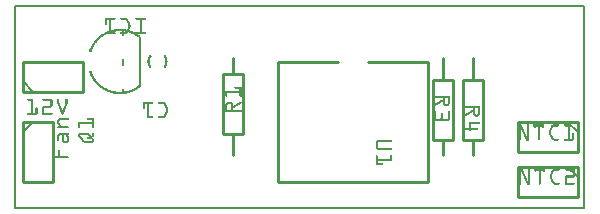
<source format=gto>
G04 MADE WITH FRITZING*
G04 WWW.FRITZING.ORG*
G04 SINGLE SIDED*
G04 HOLES NOT PLATED*
G04 CONTOUR ON CENTER OF CONTOUR VECTOR*
%ASAXBY*%
%FSLAX23Y23*%
%MOIN*%
%OFA0B0*%
%SFA1.0B1.0*%
%ADD10R,1.904000X0.680681X1.888000X0.664681*%
%ADD11C,0.008000*%
%ADD12C,0.010000*%
%ADD13C,0.005000*%
%ADD14R,0.001000X0.001000*%
%LNSILK1*%
G90*
G70*
G54D11*
X4Y677D02*
X1900Y677D01*
X1900Y4D01*
X4Y4D01*
X4Y677D01*
D02*
G54D12*
X1428Y503D02*
X1428Y431D01*
D02*
X1428Y231D02*
X1428Y178D01*
D02*
X1461Y431D02*
X1461Y231D01*
D02*
X1461Y231D02*
X1395Y231D01*
D02*
X1395Y231D02*
X1395Y431D01*
D02*
X1395Y431D02*
X1461Y431D01*
D02*
X728Y178D02*
X728Y250D01*
D02*
X728Y450D02*
X728Y503D01*
D02*
X695Y250D02*
X695Y450D01*
D02*
X695Y450D02*
X761Y450D01*
D02*
X761Y450D02*
X761Y250D01*
D02*
X761Y250D02*
X695Y250D01*
D02*
X28Y290D02*
X28Y90D01*
D02*
X28Y90D02*
X128Y90D01*
D02*
X128Y90D02*
X128Y290D01*
D02*
X128Y290D02*
X28Y290D01*
G54D13*
D02*
X28Y255D02*
X63Y290D01*
G54D11*
D02*
X418Y408D02*
X418Y573D01*
D02*
X363Y386D02*
X363Y401D01*
D02*
X363Y479D02*
X363Y501D01*
D02*
X363Y579D02*
X363Y595D01*
G54D12*
D02*
X1878Y140D02*
X1678Y140D01*
D02*
X1678Y140D02*
X1678Y40D01*
D02*
X1678Y40D02*
X1878Y40D01*
D02*
X1878Y40D02*
X1878Y140D01*
G54D13*
D02*
X1843Y140D02*
X1878Y105D01*
G54D12*
D02*
X1878Y290D02*
X1678Y290D01*
D02*
X1678Y290D02*
X1678Y190D01*
D02*
X1678Y190D02*
X1878Y190D01*
D02*
X1878Y190D02*
X1878Y290D01*
G54D13*
D02*
X1843Y290D02*
X1878Y255D01*
G54D12*
D02*
X1528Y503D02*
X1528Y431D01*
D02*
X1528Y231D02*
X1528Y178D01*
D02*
X1561Y431D02*
X1561Y231D01*
D02*
X1561Y231D02*
X1495Y231D01*
D02*
X1495Y231D02*
X1495Y431D01*
D02*
X1495Y431D02*
X1561Y431D01*
D02*
X28Y390D02*
X228Y390D01*
D02*
X228Y390D02*
X228Y490D01*
D02*
X228Y490D02*
X28Y490D01*
D02*
X28Y490D02*
X28Y390D01*
G54D13*
D02*
X63Y390D02*
X28Y425D01*
G54D12*
D02*
X878Y490D02*
X878Y90D01*
D02*
X878Y90D02*
X1378Y90D01*
D02*
X1378Y90D02*
X1378Y490D01*
D02*
X878Y490D02*
X1078Y490D01*
D02*
X1178Y490D02*
X1378Y490D01*
G54D14*
X305Y636D02*
X336Y636D01*
X355Y636D02*
X373Y636D01*
X405Y636D02*
X436Y636D01*
X304Y635D02*
X337Y635D01*
X354Y635D02*
X375Y635D01*
X404Y635D02*
X437Y635D01*
X304Y634D02*
X337Y634D01*
X354Y634D02*
X376Y634D01*
X404Y634D02*
X437Y634D01*
X303Y633D02*
X337Y633D01*
X354Y633D02*
X377Y633D01*
X404Y633D02*
X437Y633D01*
X303Y632D02*
X337Y632D01*
X354Y632D02*
X378Y632D01*
X404Y632D02*
X437Y632D01*
X303Y631D02*
X336Y631D01*
X355Y631D02*
X378Y631D01*
X405Y631D02*
X437Y631D01*
X303Y630D02*
X335Y630D01*
X356Y630D02*
X379Y630D01*
X406Y630D02*
X435Y630D01*
X303Y629D02*
X309Y629D01*
X317Y629D02*
X323Y629D01*
X372Y629D02*
X379Y629D01*
X418Y629D02*
X424Y629D01*
X303Y628D02*
X309Y628D01*
X317Y628D02*
X323Y628D01*
X373Y628D02*
X380Y628D01*
X418Y628D02*
X424Y628D01*
X303Y627D02*
X309Y627D01*
X317Y627D02*
X323Y627D01*
X374Y627D02*
X381Y627D01*
X418Y627D02*
X424Y627D01*
X303Y626D02*
X309Y626D01*
X317Y626D02*
X323Y626D01*
X374Y626D02*
X381Y626D01*
X418Y626D02*
X424Y626D01*
X303Y625D02*
X309Y625D01*
X317Y625D02*
X323Y625D01*
X375Y625D02*
X382Y625D01*
X418Y625D02*
X424Y625D01*
X303Y624D02*
X309Y624D01*
X317Y624D02*
X323Y624D01*
X375Y624D02*
X382Y624D01*
X418Y624D02*
X424Y624D01*
X303Y623D02*
X309Y623D01*
X317Y623D02*
X323Y623D01*
X376Y623D02*
X383Y623D01*
X418Y623D02*
X424Y623D01*
X303Y622D02*
X309Y622D01*
X317Y622D02*
X323Y622D01*
X376Y622D02*
X383Y622D01*
X418Y622D02*
X424Y622D01*
X303Y621D02*
X309Y621D01*
X317Y621D02*
X323Y621D01*
X377Y621D02*
X384Y621D01*
X418Y621D02*
X424Y621D01*
X303Y620D02*
X309Y620D01*
X317Y620D02*
X323Y620D01*
X377Y620D02*
X384Y620D01*
X418Y620D02*
X424Y620D01*
X303Y619D02*
X309Y619D01*
X317Y619D02*
X323Y619D01*
X378Y619D02*
X385Y619D01*
X418Y619D02*
X424Y619D01*
X303Y618D02*
X309Y618D01*
X317Y618D02*
X323Y618D01*
X378Y618D02*
X385Y618D01*
X418Y618D02*
X424Y618D01*
X303Y617D02*
X309Y617D01*
X317Y617D02*
X323Y617D01*
X379Y617D02*
X386Y617D01*
X418Y617D02*
X424Y617D01*
X303Y616D02*
X309Y616D01*
X317Y616D02*
X323Y616D01*
X379Y616D02*
X386Y616D01*
X418Y616D02*
X424Y616D01*
X304Y615D02*
X309Y615D01*
X317Y615D02*
X323Y615D01*
X380Y615D02*
X386Y615D01*
X418Y615D02*
X424Y615D01*
X304Y614D02*
X309Y614D01*
X317Y614D02*
X323Y614D01*
X380Y614D02*
X387Y614D01*
X418Y614D02*
X424Y614D01*
X305Y613D02*
X308Y613D01*
X317Y613D02*
X323Y613D01*
X381Y613D02*
X387Y613D01*
X418Y613D02*
X424Y613D01*
X317Y612D02*
X323Y612D01*
X381Y612D02*
X387Y612D01*
X418Y612D02*
X424Y612D01*
X317Y611D02*
X323Y611D01*
X381Y611D02*
X387Y611D01*
X418Y611D02*
X424Y611D01*
X317Y610D02*
X323Y610D01*
X381Y610D02*
X387Y610D01*
X418Y610D02*
X424Y610D01*
X317Y609D02*
X323Y609D01*
X381Y609D02*
X387Y609D01*
X418Y609D02*
X424Y609D01*
X317Y608D02*
X323Y608D01*
X381Y608D02*
X387Y608D01*
X418Y608D02*
X424Y608D01*
X317Y607D02*
X323Y607D01*
X381Y607D02*
X387Y607D01*
X418Y607D02*
X424Y607D01*
X317Y606D02*
X323Y606D01*
X380Y606D02*
X387Y606D01*
X418Y606D02*
X424Y606D01*
X317Y605D02*
X323Y605D01*
X380Y605D02*
X386Y605D01*
X418Y605D02*
X424Y605D01*
X317Y604D02*
X323Y604D01*
X379Y604D02*
X386Y604D01*
X418Y604D02*
X424Y604D01*
X317Y603D02*
X323Y603D01*
X379Y603D02*
X386Y603D01*
X418Y603D02*
X424Y603D01*
X317Y602D02*
X323Y602D01*
X378Y602D02*
X385Y602D01*
X418Y602D02*
X424Y602D01*
X317Y601D02*
X323Y601D01*
X378Y601D02*
X385Y601D01*
X418Y601D02*
X424Y601D01*
X317Y600D02*
X323Y600D01*
X377Y600D02*
X384Y600D01*
X418Y600D02*
X424Y600D01*
X317Y599D02*
X323Y599D01*
X338Y599D02*
X366Y599D01*
X377Y599D02*
X384Y599D01*
X418Y599D02*
X424Y599D01*
X317Y598D02*
X323Y598D01*
X332Y598D02*
X372Y598D01*
X376Y598D02*
X383Y598D01*
X418Y598D02*
X424Y598D01*
X317Y597D02*
X323Y597D01*
X327Y597D02*
X383Y597D01*
X418Y597D02*
X424Y597D01*
X317Y596D02*
X382Y596D01*
X418Y596D02*
X424Y596D01*
X317Y595D02*
X384Y595D01*
X418Y595D02*
X424Y595D01*
X317Y594D02*
X387Y594D01*
X418Y594D02*
X424Y594D01*
X314Y593D02*
X390Y593D01*
X418Y593D02*
X424Y593D01*
X312Y592D02*
X346Y592D01*
X359Y592D02*
X393Y592D01*
X418Y592D02*
X424Y592D01*
X309Y591D02*
X337Y591D01*
X368Y591D02*
X395Y591D01*
X418Y591D02*
X424Y591D01*
X307Y590D02*
X332Y590D01*
X372Y590D02*
X397Y590D01*
X418Y590D02*
X424Y590D01*
X305Y589D02*
X336Y589D01*
X355Y589D02*
X400Y589D01*
X405Y589D02*
X436Y589D01*
X303Y588D02*
X336Y588D01*
X354Y588D02*
X378Y588D01*
X382Y588D02*
X402Y588D01*
X404Y588D02*
X437Y588D01*
X301Y587D02*
X337Y587D01*
X354Y587D02*
X378Y587D01*
X385Y587D02*
X437Y587D01*
X299Y586D02*
X337Y586D01*
X354Y586D02*
X377Y586D01*
X388Y586D02*
X437Y586D01*
X298Y585D02*
X315Y585D01*
X317Y585D02*
X337Y585D01*
X354Y585D02*
X376Y585D01*
X390Y585D02*
X437Y585D01*
X296Y584D02*
X312Y584D01*
X317Y584D02*
X336Y584D01*
X355Y584D02*
X374Y584D01*
X393Y584D02*
X437Y584D01*
X294Y583D02*
X310Y583D01*
X317Y583D02*
X335Y583D01*
X356Y583D02*
X371Y583D01*
X395Y583D02*
X435Y583D01*
X293Y582D02*
X308Y582D01*
X397Y582D02*
X412Y582D01*
X291Y581D02*
X306Y581D01*
X399Y581D02*
X413Y581D01*
X290Y580D02*
X304Y580D01*
X401Y580D02*
X415Y580D01*
X289Y579D02*
X302Y579D01*
X403Y579D02*
X416Y579D01*
X287Y578D02*
X300Y578D01*
X404Y578D02*
X418Y578D01*
X286Y577D02*
X299Y577D01*
X406Y577D02*
X419Y577D01*
X285Y576D02*
X297Y576D01*
X407Y576D02*
X419Y576D01*
X283Y575D02*
X296Y575D01*
X409Y575D02*
X418Y575D01*
X282Y574D02*
X294Y574D01*
X411Y574D02*
X417Y574D01*
X281Y573D02*
X293Y573D01*
X412Y573D02*
X416Y573D01*
X280Y572D02*
X291Y572D01*
X413Y572D02*
X416Y572D01*
X279Y571D02*
X290Y571D01*
X415Y571D02*
X415Y571D01*
X278Y570D02*
X289Y570D01*
X277Y569D02*
X287Y569D01*
X276Y568D02*
X286Y568D01*
X275Y567D02*
X285Y567D01*
X274Y566D02*
X284Y566D01*
X273Y565D02*
X283Y565D01*
X272Y564D02*
X282Y564D01*
X271Y563D02*
X281Y563D01*
X270Y562D02*
X280Y562D01*
X269Y561D02*
X279Y561D01*
X269Y560D02*
X278Y560D01*
X268Y559D02*
X277Y559D01*
X267Y558D02*
X276Y558D01*
X266Y557D02*
X275Y557D01*
X265Y556D02*
X274Y556D01*
X265Y555D02*
X274Y555D01*
X264Y554D02*
X273Y554D01*
X263Y553D02*
X272Y553D01*
X263Y552D02*
X271Y552D01*
X262Y551D02*
X270Y551D01*
X261Y550D02*
X270Y550D01*
X261Y549D02*
X269Y549D01*
X260Y548D02*
X268Y548D01*
X259Y547D02*
X268Y547D01*
X259Y546D02*
X267Y546D01*
X258Y545D02*
X266Y545D01*
X258Y544D02*
X266Y544D01*
X257Y543D02*
X265Y543D01*
X256Y542D02*
X265Y542D01*
X256Y541D02*
X264Y541D01*
X255Y540D02*
X263Y540D01*
X255Y539D02*
X263Y539D01*
X255Y538D02*
X262Y538D01*
X254Y537D02*
X262Y537D01*
X254Y536D02*
X261Y536D01*
X253Y535D02*
X261Y535D01*
X253Y534D02*
X260Y534D01*
X252Y533D02*
X260Y533D01*
X252Y532D02*
X259Y532D01*
X251Y531D02*
X259Y531D01*
X251Y530D02*
X259Y530D01*
X251Y529D02*
X258Y529D01*
X250Y528D02*
X258Y528D01*
X250Y527D02*
X257Y527D01*
X250Y526D02*
X257Y526D01*
X249Y525D02*
X257Y525D01*
X249Y524D02*
X256Y524D01*
X250Y523D02*
X256Y523D01*
X253Y522D02*
X256Y522D01*
X451Y512D02*
X455Y512D01*
X500Y512D02*
X503Y512D01*
X450Y511D02*
X456Y511D01*
X499Y511D02*
X504Y511D01*
X450Y510D02*
X456Y510D01*
X498Y510D02*
X505Y510D01*
X449Y509D02*
X457Y509D01*
X498Y509D02*
X506Y509D01*
X448Y508D02*
X457Y508D01*
X498Y508D02*
X506Y508D01*
X448Y507D02*
X456Y507D01*
X499Y507D02*
X507Y507D01*
X447Y506D02*
X456Y506D01*
X499Y506D02*
X507Y506D01*
X447Y505D02*
X455Y505D01*
X500Y505D02*
X508Y505D01*
X447Y504D02*
X454Y504D01*
X500Y504D02*
X508Y504D01*
X446Y503D02*
X454Y503D01*
X501Y503D02*
X509Y503D01*
X446Y502D02*
X453Y502D01*
X502Y502D02*
X509Y502D01*
X445Y501D02*
X453Y501D01*
X502Y501D02*
X509Y501D01*
X445Y500D02*
X452Y500D01*
X502Y500D02*
X509Y500D01*
X445Y499D02*
X452Y499D01*
X503Y499D02*
X510Y499D01*
X445Y498D02*
X452Y498D01*
X503Y498D02*
X510Y498D01*
X445Y497D02*
X451Y497D01*
X503Y497D02*
X510Y497D01*
X444Y496D02*
X451Y496D01*
X504Y496D02*
X510Y496D01*
X444Y495D02*
X451Y495D01*
X504Y495D02*
X510Y495D01*
X444Y494D02*
X451Y494D01*
X504Y494D02*
X511Y494D01*
X444Y493D02*
X451Y493D01*
X504Y493D02*
X511Y493D01*
X444Y492D02*
X451Y492D01*
X504Y492D02*
X511Y492D01*
X444Y491D02*
X451Y491D01*
X504Y491D02*
X511Y491D01*
X444Y490D02*
X451Y490D01*
X504Y490D02*
X511Y490D01*
X444Y489D02*
X451Y489D01*
X504Y489D02*
X511Y489D01*
X444Y488D02*
X451Y488D01*
X504Y488D02*
X510Y488D01*
X444Y487D02*
X451Y487D01*
X504Y487D02*
X510Y487D01*
X444Y486D02*
X451Y486D01*
X503Y486D02*
X510Y486D01*
X445Y485D02*
X452Y485D01*
X503Y485D02*
X510Y485D01*
X445Y484D02*
X452Y484D01*
X503Y484D02*
X510Y484D01*
X445Y483D02*
X452Y483D01*
X503Y483D02*
X510Y483D01*
X445Y482D02*
X453Y482D01*
X502Y482D02*
X509Y482D01*
X446Y481D02*
X453Y481D01*
X502Y481D02*
X509Y481D01*
X446Y480D02*
X454Y480D01*
X501Y480D02*
X509Y480D01*
X446Y479D02*
X454Y479D01*
X501Y479D02*
X508Y479D01*
X447Y478D02*
X455Y478D01*
X500Y478D02*
X508Y478D01*
X447Y477D02*
X455Y477D01*
X499Y477D02*
X507Y477D01*
X448Y476D02*
X456Y476D01*
X499Y476D02*
X507Y476D01*
X448Y475D02*
X456Y475D01*
X498Y475D02*
X506Y475D01*
X449Y474D02*
X457Y474D01*
X498Y474D02*
X506Y474D01*
X450Y473D02*
X457Y473D01*
X498Y473D02*
X505Y473D01*
X450Y472D02*
X456Y472D01*
X499Y472D02*
X504Y472D01*
X451Y471D02*
X455Y471D01*
X499Y471D02*
X504Y471D01*
X255Y461D02*
X255Y461D01*
X252Y460D02*
X256Y460D01*
X249Y459D02*
X256Y459D01*
X249Y458D02*
X257Y458D01*
X249Y457D02*
X257Y457D01*
X250Y456D02*
X257Y456D01*
X250Y455D02*
X258Y455D01*
X250Y454D02*
X258Y454D01*
X251Y453D02*
X258Y453D01*
X251Y452D02*
X259Y452D01*
X252Y451D02*
X259Y451D01*
X252Y450D02*
X260Y450D01*
X252Y449D02*
X260Y449D01*
X253Y448D02*
X261Y448D01*
X253Y447D02*
X261Y447D01*
X254Y446D02*
X262Y446D01*
X254Y445D02*
X262Y445D01*
X255Y444D02*
X263Y444D01*
X255Y443D02*
X263Y443D01*
X256Y442D02*
X264Y442D01*
X256Y441D02*
X264Y441D01*
X257Y440D02*
X265Y440D01*
X257Y439D02*
X265Y439D01*
X258Y438D02*
X266Y438D01*
X258Y437D02*
X267Y437D01*
X259Y436D02*
X267Y436D01*
X260Y435D02*
X268Y435D01*
X260Y434D02*
X269Y434D01*
X261Y433D02*
X269Y433D01*
X261Y432D02*
X270Y432D01*
X262Y431D02*
X271Y431D01*
X263Y430D02*
X271Y430D01*
X263Y429D02*
X272Y429D01*
X264Y428D02*
X273Y428D01*
X265Y427D02*
X274Y427D01*
X266Y426D02*
X275Y426D01*
X266Y425D02*
X276Y425D01*
X267Y424D02*
X276Y424D01*
X268Y423D02*
X277Y423D01*
X269Y422D02*
X278Y422D01*
X270Y421D02*
X279Y421D01*
X271Y420D02*
X280Y420D01*
X271Y419D02*
X281Y419D01*
X272Y418D02*
X282Y418D01*
X273Y417D02*
X283Y417D01*
X274Y416D02*
X284Y416D01*
X275Y415D02*
X286Y415D01*
X276Y414D02*
X287Y414D01*
X277Y413D02*
X288Y413D01*
X278Y412D02*
X289Y412D01*
X279Y411D02*
X290Y411D01*
X414Y411D02*
X415Y411D01*
X280Y410D02*
X292Y410D01*
X413Y410D02*
X416Y410D01*
X282Y409D02*
X293Y409D01*
X411Y409D02*
X417Y409D01*
X283Y408D02*
X295Y408D01*
X410Y408D02*
X417Y408D01*
X284Y407D02*
X296Y407D01*
X408Y407D02*
X418Y407D01*
X736Y407D02*
X756Y407D01*
X285Y406D02*
X298Y406D01*
X407Y406D02*
X419Y406D01*
X734Y406D02*
X757Y406D01*
X286Y405D02*
X299Y405D01*
X405Y405D02*
X418Y405D01*
X734Y405D02*
X757Y405D01*
X288Y404D02*
X301Y404D01*
X404Y404D02*
X417Y404D01*
X734Y404D02*
X757Y404D01*
X289Y403D02*
X303Y403D01*
X402Y403D02*
X416Y403D01*
X734Y403D02*
X757Y403D01*
X290Y402D02*
X305Y402D01*
X400Y402D02*
X414Y402D01*
X734Y402D02*
X757Y402D01*
X292Y401D02*
X307Y401D01*
X398Y401D02*
X413Y401D01*
X736Y401D02*
X757Y401D01*
X293Y400D02*
X309Y400D01*
X396Y400D02*
X411Y400D01*
X751Y400D02*
X757Y400D01*
X295Y399D02*
X311Y399D01*
X394Y399D02*
X410Y399D01*
X751Y399D02*
X757Y399D01*
X297Y398D02*
X313Y398D01*
X392Y398D02*
X408Y398D01*
X751Y398D02*
X757Y398D01*
X298Y397D02*
X316Y397D01*
X389Y397D02*
X406Y397D01*
X751Y397D02*
X757Y397D01*
X300Y396D02*
X319Y396D01*
X386Y396D02*
X405Y396D01*
X751Y396D02*
X757Y396D01*
X302Y395D02*
X321Y395D01*
X384Y395D02*
X403Y395D01*
X751Y395D02*
X757Y395D01*
X304Y394D02*
X325Y394D01*
X380Y394D02*
X401Y394D01*
X751Y394D02*
X757Y394D01*
X306Y393D02*
X329Y393D01*
X376Y393D02*
X399Y393D01*
X704Y393D02*
X757Y393D01*
X308Y392D02*
X333Y392D01*
X372Y392D02*
X397Y392D01*
X704Y392D02*
X757Y392D01*
X310Y391D02*
X340Y391D01*
X366Y391D02*
X394Y391D01*
X704Y391D02*
X757Y391D01*
X313Y390D02*
X392Y390D01*
X704Y390D02*
X757Y390D01*
X315Y389D02*
X389Y389D01*
X704Y389D02*
X757Y389D01*
X318Y388D02*
X386Y388D01*
X704Y388D02*
X757Y388D01*
X321Y387D02*
X383Y387D01*
X704Y387D02*
X757Y387D01*
X325Y386D02*
X379Y386D01*
X704Y386D02*
X710Y386D01*
X751Y386D02*
X757Y386D01*
X329Y385D02*
X375Y385D01*
X704Y385D02*
X710Y385D01*
X751Y385D02*
X757Y385D01*
X334Y384D02*
X370Y384D01*
X704Y384D02*
X710Y384D01*
X751Y384D02*
X757Y384D01*
X341Y383D02*
X363Y383D01*
X704Y383D02*
X710Y383D01*
X751Y383D02*
X757Y383D01*
X704Y382D02*
X710Y382D01*
X751Y382D02*
X757Y382D01*
X704Y381D02*
X710Y381D01*
X751Y381D02*
X757Y381D01*
X704Y380D02*
X710Y380D01*
X751Y380D02*
X757Y380D01*
X704Y379D02*
X710Y379D01*
X751Y379D02*
X757Y379D01*
X704Y378D02*
X710Y378D01*
X751Y378D02*
X757Y378D01*
X704Y377D02*
X710Y377D01*
X751Y377D02*
X757Y377D01*
X1402Y377D02*
X1451Y377D01*
X704Y376D02*
X710Y376D01*
X752Y376D02*
X757Y376D01*
X1400Y376D02*
X1452Y376D01*
X705Y375D02*
X710Y375D01*
X752Y375D02*
X757Y375D01*
X1399Y375D02*
X1452Y375D01*
X705Y374D02*
X709Y374D01*
X753Y374D02*
X756Y374D01*
X1399Y374D02*
X1452Y374D01*
X707Y373D02*
X707Y373D01*
X1399Y373D02*
X1452Y373D01*
X1399Y372D02*
X1452Y372D01*
X1400Y371D02*
X1452Y371D01*
X1402Y370D02*
X1452Y370D01*
X1428Y369D02*
X1434Y369D01*
X1446Y369D02*
X1452Y369D01*
X1428Y368D02*
X1434Y368D01*
X1446Y368D02*
X1452Y368D01*
X45Y367D02*
X63Y367D01*
X95Y367D02*
X123Y367D01*
X145Y367D02*
X149Y367D01*
X173Y367D02*
X176Y367D01*
X1428Y367D02*
X1434Y367D01*
X1446Y367D02*
X1452Y367D01*
X44Y366D02*
X63Y366D01*
X94Y366D02*
X125Y366D01*
X144Y366D02*
X149Y366D01*
X172Y366D02*
X177Y366D01*
X1428Y366D02*
X1434Y366D01*
X1446Y366D02*
X1452Y366D01*
X43Y365D02*
X63Y365D01*
X94Y365D02*
X126Y365D01*
X144Y365D02*
X150Y365D01*
X171Y365D02*
X177Y365D01*
X1428Y365D02*
X1434Y365D01*
X1446Y365D02*
X1452Y365D01*
X43Y364D02*
X63Y364D01*
X94Y364D02*
X126Y364D01*
X144Y364D02*
X150Y364D01*
X171Y364D02*
X177Y364D01*
X1426Y364D02*
X1434Y364D01*
X1446Y364D02*
X1452Y364D01*
X44Y363D02*
X63Y363D01*
X94Y363D02*
X127Y363D01*
X144Y363D02*
X150Y363D01*
X171Y363D02*
X177Y363D01*
X1424Y363D02*
X1434Y363D01*
X1446Y363D02*
X1452Y363D01*
X44Y362D02*
X63Y362D01*
X95Y362D02*
X127Y362D01*
X144Y362D02*
X150Y362D01*
X171Y362D02*
X177Y362D01*
X1422Y362D02*
X1434Y362D01*
X1446Y362D02*
X1452Y362D01*
X46Y361D02*
X63Y361D01*
X97Y361D02*
X127Y361D01*
X144Y361D02*
X150Y361D01*
X171Y361D02*
X177Y361D01*
X1421Y361D02*
X1434Y361D01*
X1446Y361D02*
X1452Y361D01*
X57Y360D02*
X63Y360D01*
X121Y360D02*
X127Y360D01*
X144Y360D02*
X150Y360D01*
X171Y360D02*
X177Y360D01*
X1419Y360D02*
X1434Y360D01*
X1446Y360D02*
X1452Y360D01*
X57Y359D02*
X63Y359D01*
X121Y359D02*
X127Y359D01*
X144Y359D02*
X150Y359D01*
X171Y359D02*
X177Y359D01*
X1417Y359D02*
X1434Y359D01*
X1446Y359D02*
X1452Y359D01*
X57Y358D02*
X63Y358D01*
X121Y358D02*
X127Y358D01*
X144Y358D02*
X150Y358D01*
X171Y358D02*
X177Y358D01*
X1416Y358D02*
X1434Y358D01*
X1446Y358D02*
X1452Y358D01*
X57Y357D02*
X63Y357D01*
X121Y357D02*
X127Y357D01*
X144Y357D02*
X150Y357D01*
X171Y357D02*
X177Y357D01*
X712Y357D02*
X720Y357D01*
X754Y357D02*
X755Y357D01*
X1414Y357D02*
X1434Y357D01*
X1446Y357D02*
X1452Y357D01*
X57Y356D02*
X63Y356D01*
X121Y356D02*
X127Y356D01*
X144Y356D02*
X150Y356D01*
X171Y356D02*
X177Y356D01*
X431Y356D02*
X462Y356D01*
X481Y356D02*
X499Y356D01*
X710Y356D02*
X722Y356D01*
X752Y356D02*
X757Y356D01*
X1412Y356D02*
X1425Y356D01*
X1428Y356D02*
X1434Y356D01*
X1446Y356D02*
X1452Y356D01*
X57Y355D02*
X63Y355D01*
X121Y355D02*
X127Y355D01*
X144Y355D02*
X150Y355D01*
X171Y355D02*
X177Y355D01*
X430Y355D02*
X462Y355D01*
X480Y355D02*
X501Y355D01*
X708Y355D02*
X724Y355D01*
X750Y355D02*
X757Y355D01*
X1410Y355D02*
X1423Y355D01*
X1428Y355D02*
X1434Y355D01*
X1446Y355D02*
X1452Y355D01*
X57Y354D02*
X63Y354D01*
X121Y354D02*
X127Y354D01*
X144Y354D02*
X150Y354D01*
X171Y354D02*
X177Y354D01*
X429Y354D02*
X463Y354D01*
X480Y354D02*
X502Y354D01*
X707Y354D02*
X725Y354D01*
X748Y354D02*
X757Y354D01*
X1409Y354D02*
X1422Y354D01*
X1428Y354D02*
X1434Y354D01*
X1446Y354D02*
X1452Y354D01*
X57Y353D02*
X63Y353D01*
X121Y353D02*
X127Y353D01*
X144Y353D02*
X150Y353D01*
X171Y353D02*
X177Y353D01*
X429Y353D02*
X463Y353D01*
X480Y353D02*
X503Y353D01*
X706Y353D02*
X726Y353D01*
X747Y353D02*
X757Y353D01*
X1407Y353D02*
X1420Y353D01*
X1428Y353D02*
X1434Y353D01*
X1446Y353D02*
X1452Y353D01*
X57Y352D02*
X63Y352D01*
X121Y352D02*
X127Y352D01*
X144Y352D02*
X150Y352D01*
X171Y352D02*
X177Y352D01*
X429Y352D02*
X463Y352D01*
X480Y352D02*
X504Y352D01*
X706Y352D02*
X727Y352D01*
X745Y352D02*
X757Y352D01*
X1405Y352D02*
X1418Y352D01*
X1428Y352D02*
X1434Y352D01*
X1445Y352D02*
X1452Y352D01*
X57Y351D02*
X63Y351D01*
X121Y351D02*
X127Y351D01*
X144Y351D02*
X151Y351D01*
X170Y351D02*
X177Y351D01*
X429Y351D02*
X462Y351D01*
X480Y351D02*
X504Y351D01*
X705Y351D02*
X727Y351D01*
X743Y351D02*
X756Y351D01*
X1404Y351D02*
X1417Y351D01*
X1428Y351D02*
X1435Y351D01*
X1445Y351D02*
X1451Y351D01*
X57Y350D02*
X63Y350D01*
X121Y350D02*
X127Y350D01*
X145Y350D02*
X151Y350D01*
X170Y350D02*
X177Y350D01*
X429Y350D02*
X461Y350D01*
X482Y350D02*
X505Y350D01*
X705Y350D02*
X713Y350D01*
X720Y350D02*
X727Y350D01*
X741Y350D02*
X754Y350D01*
X1402Y350D02*
X1415Y350D01*
X1428Y350D02*
X1436Y350D01*
X1444Y350D02*
X1451Y350D01*
X57Y349D02*
X63Y349D01*
X121Y349D02*
X127Y349D01*
X145Y349D02*
X151Y349D01*
X170Y349D02*
X176Y349D01*
X429Y349D02*
X435Y349D01*
X443Y349D02*
X449Y349D01*
X498Y349D02*
X505Y349D01*
X705Y349D02*
X711Y349D01*
X721Y349D02*
X728Y349D01*
X740Y349D02*
X753Y349D01*
X1400Y349D02*
X1413Y349D01*
X1429Y349D02*
X1451Y349D01*
X57Y348D02*
X63Y348D01*
X121Y348D02*
X127Y348D01*
X145Y348D02*
X152Y348D01*
X169Y348D02*
X176Y348D01*
X429Y348D02*
X435Y348D01*
X443Y348D02*
X449Y348D01*
X499Y348D02*
X506Y348D01*
X704Y348D02*
X711Y348D01*
X722Y348D02*
X728Y348D01*
X738Y348D02*
X751Y348D01*
X1399Y348D02*
X1411Y348D01*
X1429Y348D02*
X1450Y348D01*
X57Y347D02*
X63Y347D01*
X121Y347D02*
X127Y347D01*
X146Y347D02*
X152Y347D01*
X169Y347D02*
X175Y347D01*
X429Y347D02*
X435Y347D01*
X443Y347D02*
X449Y347D01*
X499Y347D02*
X506Y347D01*
X704Y347D02*
X710Y347D01*
X722Y347D02*
X728Y347D01*
X736Y347D02*
X749Y347D01*
X1399Y347D02*
X1410Y347D01*
X1430Y347D02*
X1450Y347D01*
X57Y346D02*
X63Y346D01*
X121Y346D02*
X127Y346D01*
X146Y346D02*
X153Y346D01*
X169Y346D02*
X175Y346D01*
X429Y346D02*
X435Y346D01*
X443Y346D02*
X449Y346D01*
X500Y346D02*
X507Y346D01*
X704Y346D02*
X710Y346D01*
X722Y346D02*
X728Y346D01*
X735Y346D02*
X748Y346D01*
X1399Y346D02*
X1408Y346D01*
X1431Y346D02*
X1449Y346D01*
X57Y345D02*
X63Y345D01*
X121Y345D02*
X127Y345D01*
X146Y345D02*
X153Y345D01*
X168Y345D02*
X175Y345D01*
X429Y345D02*
X435Y345D01*
X443Y345D02*
X449Y345D01*
X500Y345D02*
X507Y345D01*
X704Y345D02*
X710Y345D01*
X722Y345D02*
X728Y345D01*
X733Y345D02*
X746Y345D01*
X1399Y345D02*
X1406Y345D01*
X1432Y345D02*
X1448Y345D01*
X57Y344D02*
X63Y344D01*
X99Y344D02*
X127Y344D01*
X147Y344D02*
X153Y344D01*
X168Y344D02*
X174Y344D01*
X429Y344D02*
X435Y344D01*
X443Y344D02*
X449Y344D01*
X501Y344D02*
X508Y344D01*
X704Y344D02*
X710Y344D01*
X722Y344D02*
X728Y344D01*
X731Y344D02*
X744Y344D01*
X1399Y344D02*
X1405Y344D01*
X1433Y344D02*
X1446Y344D01*
X57Y343D02*
X63Y343D01*
X97Y343D02*
X127Y343D01*
X147Y343D02*
X154Y343D01*
X167Y343D02*
X174Y343D01*
X429Y343D02*
X435Y343D01*
X443Y343D02*
X449Y343D01*
X502Y343D02*
X508Y343D01*
X704Y343D02*
X710Y343D01*
X722Y343D02*
X742Y343D01*
X1400Y343D02*
X1403Y343D01*
X1435Y343D02*
X1444Y343D01*
X57Y342D02*
X63Y342D01*
X95Y342D02*
X127Y342D01*
X148Y342D02*
X154Y342D01*
X167Y342D02*
X174Y342D01*
X429Y342D02*
X435Y342D01*
X443Y342D02*
X449Y342D01*
X502Y342D02*
X509Y342D01*
X704Y342D02*
X710Y342D01*
X722Y342D02*
X741Y342D01*
X1501Y342D02*
X1552Y342D01*
X57Y341D02*
X63Y341D01*
X95Y341D02*
X126Y341D01*
X148Y341D02*
X155Y341D01*
X167Y341D02*
X173Y341D01*
X429Y341D02*
X435Y341D01*
X443Y341D02*
X449Y341D01*
X503Y341D02*
X509Y341D01*
X704Y341D02*
X710Y341D01*
X722Y341D02*
X739Y341D01*
X1500Y341D02*
X1552Y341D01*
X57Y340D02*
X63Y340D01*
X94Y340D02*
X126Y340D01*
X148Y340D02*
X155Y340D01*
X166Y340D02*
X173Y340D01*
X429Y340D02*
X435Y340D01*
X443Y340D02*
X449Y340D01*
X503Y340D02*
X510Y340D01*
X704Y340D02*
X710Y340D01*
X722Y340D02*
X737Y340D01*
X1499Y340D02*
X1552Y340D01*
X57Y339D02*
X63Y339D01*
X94Y339D02*
X125Y339D01*
X149Y339D02*
X155Y339D01*
X166Y339D02*
X172Y339D01*
X429Y339D02*
X435Y339D01*
X443Y339D02*
X449Y339D01*
X504Y339D02*
X510Y339D01*
X704Y339D02*
X710Y339D01*
X722Y339D02*
X736Y339D01*
X1499Y339D02*
X1552Y339D01*
X57Y338D02*
X63Y338D01*
X73Y338D02*
X75Y338D01*
X94Y338D02*
X123Y338D01*
X149Y338D02*
X156Y338D01*
X165Y338D02*
X172Y338D01*
X429Y338D02*
X435Y338D01*
X443Y338D02*
X449Y338D01*
X504Y338D02*
X511Y338D01*
X704Y338D02*
X710Y338D01*
X722Y338D02*
X734Y338D01*
X1499Y338D02*
X1552Y338D01*
X57Y337D02*
X63Y337D01*
X72Y337D02*
X76Y337D01*
X94Y337D02*
X100Y337D01*
X150Y337D02*
X156Y337D01*
X165Y337D02*
X172Y337D01*
X429Y337D02*
X435Y337D01*
X443Y337D02*
X449Y337D01*
X505Y337D02*
X511Y337D01*
X704Y337D02*
X710Y337D01*
X722Y337D02*
X732Y337D01*
X1500Y337D02*
X1552Y337D01*
X57Y336D02*
X63Y336D01*
X71Y336D02*
X77Y336D01*
X94Y336D02*
X100Y336D01*
X150Y336D02*
X157Y336D01*
X165Y336D02*
X171Y336D01*
X429Y336D02*
X435Y336D01*
X443Y336D02*
X449Y336D01*
X505Y336D02*
X512Y336D01*
X704Y336D02*
X710Y336D01*
X722Y336D02*
X730Y336D01*
X1501Y336D02*
X1552Y336D01*
X57Y335D02*
X63Y335D01*
X71Y335D02*
X77Y335D01*
X94Y335D02*
X100Y335D01*
X150Y335D02*
X157Y335D01*
X164Y335D02*
X171Y335D01*
X429Y335D02*
X435Y335D01*
X443Y335D02*
X449Y335D01*
X506Y335D02*
X512Y335D01*
X704Y335D02*
X710Y335D01*
X722Y335D02*
X729Y335D01*
X1528Y335D02*
X1535Y335D01*
X1546Y335D02*
X1552Y335D01*
X57Y334D02*
X63Y334D01*
X71Y334D02*
X77Y334D01*
X94Y334D02*
X100Y334D01*
X151Y334D02*
X157Y334D01*
X164Y334D02*
X170Y334D01*
X430Y334D02*
X435Y334D01*
X443Y334D02*
X449Y334D01*
X506Y334D02*
X512Y334D01*
X704Y334D02*
X710Y334D01*
X722Y334D02*
X728Y334D01*
X1528Y334D02*
X1534Y334D01*
X1546Y334D02*
X1552Y334D01*
X57Y333D02*
X63Y333D01*
X71Y333D02*
X77Y333D01*
X94Y333D02*
X100Y333D01*
X151Y333D02*
X158Y333D01*
X163Y333D02*
X170Y333D01*
X431Y333D02*
X434Y333D01*
X443Y333D02*
X449Y333D01*
X506Y333D02*
X513Y333D01*
X704Y333D02*
X710Y333D01*
X722Y333D02*
X728Y333D01*
X1528Y333D02*
X1534Y333D01*
X1546Y333D02*
X1552Y333D01*
X57Y332D02*
X63Y332D01*
X71Y332D02*
X77Y332D01*
X94Y332D02*
X100Y332D01*
X152Y332D02*
X158Y332D01*
X163Y332D02*
X170Y332D01*
X443Y332D02*
X449Y332D01*
X507Y332D02*
X513Y332D01*
X704Y332D02*
X710Y332D01*
X722Y332D02*
X728Y332D01*
X1528Y332D02*
X1534Y332D01*
X1546Y332D02*
X1552Y332D01*
X57Y331D02*
X63Y331D01*
X71Y331D02*
X77Y331D01*
X94Y331D02*
X100Y331D01*
X152Y331D02*
X159Y331D01*
X163Y331D02*
X169Y331D01*
X443Y331D02*
X449Y331D01*
X507Y331D02*
X513Y331D01*
X704Y331D02*
X710Y331D01*
X722Y331D02*
X728Y331D01*
X1528Y331D02*
X1534Y331D01*
X1546Y331D02*
X1552Y331D01*
X57Y330D02*
X63Y330D01*
X71Y330D02*
X77Y330D01*
X94Y330D02*
X100Y330D01*
X152Y330D02*
X159Y330D01*
X162Y330D02*
X169Y330D01*
X443Y330D02*
X449Y330D01*
X507Y330D02*
X513Y330D01*
X704Y330D02*
X711Y330D01*
X722Y330D02*
X728Y330D01*
X1528Y330D02*
X1534Y330D01*
X1546Y330D02*
X1552Y330D01*
X57Y329D02*
X63Y329D01*
X71Y329D02*
X77Y329D01*
X94Y329D02*
X100Y329D01*
X153Y329D02*
X159Y329D01*
X162Y329D02*
X168Y329D01*
X443Y329D02*
X449Y329D01*
X507Y329D02*
X513Y329D01*
X704Y329D02*
X756Y329D01*
X1526Y329D02*
X1534Y329D01*
X1546Y329D02*
X1552Y329D01*
X57Y328D02*
X63Y328D01*
X71Y328D02*
X77Y328D01*
X94Y328D02*
X100Y328D01*
X153Y328D02*
X168Y328D01*
X443Y328D02*
X449Y328D01*
X507Y328D02*
X513Y328D01*
X704Y328D02*
X757Y328D01*
X1524Y328D02*
X1534Y328D01*
X1546Y328D02*
X1552Y328D01*
X57Y327D02*
X63Y327D01*
X71Y327D02*
X77Y327D01*
X94Y327D02*
X100Y327D01*
X153Y327D02*
X168Y327D01*
X443Y327D02*
X449Y327D01*
X507Y327D02*
X513Y327D01*
X704Y327D02*
X757Y327D01*
X1522Y327D02*
X1534Y327D01*
X1546Y327D02*
X1552Y327D01*
X57Y326D02*
X63Y326D01*
X71Y326D02*
X77Y326D01*
X94Y326D02*
X100Y326D01*
X154Y326D02*
X167Y326D01*
X443Y326D02*
X449Y326D01*
X506Y326D02*
X513Y326D01*
X704Y326D02*
X757Y326D01*
X1400Y326D02*
X1403Y326D01*
X1447Y326D02*
X1450Y326D01*
X1521Y326D02*
X1534Y326D01*
X1546Y326D02*
X1552Y326D01*
X57Y325D02*
X63Y325D01*
X71Y325D02*
X77Y325D01*
X94Y325D02*
X100Y325D01*
X154Y325D02*
X167Y325D01*
X443Y325D02*
X449Y325D01*
X506Y325D02*
X512Y325D01*
X704Y325D02*
X757Y325D01*
X1399Y325D02*
X1404Y325D01*
X1446Y325D02*
X1451Y325D01*
X1519Y325D02*
X1534Y325D01*
X1546Y325D02*
X1552Y325D01*
X57Y324D02*
X63Y324D01*
X71Y324D02*
X77Y324D01*
X94Y324D02*
X100Y324D01*
X155Y324D02*
X166Y324D01*
X443Y324D02*
X449Y324D01*
X505Y324D02*
X512Y324D01*
X704Y324D02*
X757Y324D01*
X1399Y324D02*
X1404Y324D01*
X1446Y324D02*
X1452Y324D01*
X1517Y324D02*
X1534Y324D01*
X1546Y324D02*
X1552Y324D01*
X57Y323D02*
X63Y323D01*
X71Y323D02*
X77Y323D01*
X94Y323D02*
X100Y323D01*
X155Y323D02*
X166Y323D01*
X443Y323D02*
X449Y323D01*
X505Y323D02*
X512Y323D01*
X704Y323D02*
X755Y323D01*
X1398Y323D02*
X1405Y323D01*
X1446Y323D02*
X1452Y323D01*
X1516Y323D02*
X1534Y323D01*
X1546Y323D02*
X1552Y323D01*
X57Y322D02*
X63Y322D01*
X71Y322D02*
X77Y322D01*
X94Y322D02*
X100Y322D01*
X155Y322D02*
X166Y322D01*
X443Y322D02*
X449Y322D01*
X504Y322D02*
X511Y322D01*
X1398Y322D02*
X1405Y322D01*
X1446Y322D02*
X1452Y322D01*
X1514Y322D02*
X1534Y322D01*
X1546Y322D02*
X1552Y322D01*
X57Y321D02*
X63Y321D01*
X71Y321D02*
X77Y321D01*
X94Y321D02*
X100Y321D01*
X156Y321D02*
X165Y321D01*
X443Y321D02*
X449Y321D01*
X504Y321D02*
X511Y321D01*
X1398Y321D02*
X1405Y321D01*
X1446Y321D02*
X1452Y321D01*
X1512Y321D02*
X1525Y321D01*
X1528Y321D02*
X1534Y321D01*
X1546Y321D02*
X1552Y321D01*
X45Y320D02*
X77Y320D01*
X94Y320D02*
X126Y320D01*
X156Y320D02*
X165Y320D01*
X443Y320D02*
X449Y320D01*
X503Y320D02*
X510Y320D01*
X1398Y320D02*
X1405Y320D01*
X1446Y320D02*
X1452Y320D01*
X1510Y320D02*
X1523Y320D01*
X1528Y320D02*
X1534Y320D01*
X1546Y320D02*
X1552Y320D01*
X44Y319D02*
X77Y319D01*
X94Y319D02*
X127Y319D01*
X157Y319D02*
X165Y319D01*
X443Y319D02*
X449Y319D01*
X503Y319D02*
X510Y319D01*
X1398Y319D02*
X1405Y319D01*
X1423Y319D02*
X1427Y319D01*
X1446Y319D02*
X1452Y319D01*
X1509Y319D02*
X1522Y319D01*
X1528Y319D02*
X1534Y319D01*
X1546Y319D02*
X1552Y319D01*
X44Y318D02*
X77Y318D01*
X94Y318D02*
X127Y318D01*
X157Y318D02*
X164Y318D01*
X443Y318D02*
X449Y318D01*
X502Y318D02*
X509Y318D01*
X1398Y318D02*
X1405Y318D01*
X1422Y318D02*
X1428Y318D01*
X1446Y318D02*
X1452Y318D01*
X1507Y318D02*
X1520Y318D01*
X1528Y318D02*
X1535Y318D01*
X1546Y318D02*
X1552Y318D01*
X43Y317D02*
X77Y317D01*
X94Y317D02*
X127Y317D01*
X157Y317D02*
X164Y317D01*
X443Y317D02*
X449Y317D01*
X502Y317D02*
X509Y317D01*
X1398Y317D02*
X1405Y317D01*
X1422Y317D02*
X1428Y317D01*
X1446Y317D02*
X1452Y317D01*
X1505Y317D02*
X1518Y317D01*
X1529Y317D02*
X1535Y317D01*
X1546Y317D02*
X1552Y317D01*
X44Y316D02*
X77Y316D01*
X94Y316D02*
X127Y316D01*
X158Y316D02*
X163Y316D01*
X443Y316D02*
X449Y316D01*
X501Y316D02*
X508Y316D01*
X1398Y316D02*
X1405Y316D01*
X1422Y316D02*
X1428Y316D01*
X1446Y316D02*
X1452Y316D01*
X1504Y316D02*
X1517Y316D01*
X1529Y316D02*
X1536Y316D01*
X1545Y316D02*
X1552Y316D01*
X44Y315D02*
X76Y315D01*
X94Y315D02*
X126Y315D01*
X158Y315D02*
X163Y315D01*
X443Y315D02*
X449Y315D01*
X501Y315D02*
X508Y315D01*
X1398Y315D02*
X1405Y315D01*
X1422Y315D02*
X1428Y315D01*
X1446Y315D02*
X1452Y315D01*
X1502Y315D02*
X1515Y315D01*
X1529Y315D02*
X1537Y315D01*
X1544Y315D02*
X1552Y315D01*
X46Y314D02*
X75Y314D01*
X94Y314D02*
X125Y314D01*
X160Y314D02*
X161Y314D01*
X443Y314D02*
X449Y314D01*
X500Y314D02*
X507Y314D01*
X1398Y314D02*
X1405Y314D01*
X1422Y314D02*
X1428Y314D01*
X1446Y314D02*
X1452Y314D01*
X1500Y314D02*
X1513Y314D01*
X1529Y314D02*
X1551Y314D01*
X443Y313D02*
X449Y313D01*
X500Y313D02*
X507Y313D01*
X1398Y313D02*
X1405Y313D01*
X1422Y313D02*
X1428Y313D01*
X1446Y313D02*
X1452Y313D01*
X1499Y313D02*
X1511Y313D01*
X1530Y313D02*
X1551Y313D01*
X443Y312D02*
X449Y312D01*
X499Y312D02*
X506Y312D01*
X1398Y312D02*
X1405Y312D01*
X1422Y312D02*
X1428Y312D01*
X1446Y312D02*
X1452Y312D01*
X1499Y312D02*
X1510Y312D01*
X1531Y312D02*
X1550Y312D01*
X443Y311D02*
X449Y311D01*
X499Y311D02*
X506Y311D01*
X1398Y311D02*
X1405Y311D01*
X1422Y311D02*
X1428Y311D01*
X1446Y311D02*
X1452Y311D01*
X1499Y311D02*
X1508Y311D01*
X1532Y311D02*
X1549Y311D01*
X443Y310D02*
X449Y310D01*
X497Y310D02*
X505Y310D01*
X1398Y310D02*
X1405Y310D01*
X1422Y310D02*
X1428Y310D01*
X1446Y310D02*
X1452Y310D01*
X1499Y310D02*
X1506Y310D01*
X1533Y310D02*
X1548Y310D01*
X443Y309D02*
X461Y309D01*
X481Y309D02*
X505Y309D01*
X1398Y309D02*
X1405Y309D01*
X1422Y309D02*
X1428Y309D01*
X1446Y309D02*
X1452Y309D01*
X1500Y309D02*
X1505Y309D01*
X1534Y309D02*
X1546Y309D01*
X443Y308D02*
X462Y308D01*
X480Y308D02*
X504Y308D01*
X1398Y308D02*
X1405Y308D01*
X1422Y308D02*
X1428Y308D01*
X1446Y308D02*
X1452Y308D01*
X1501Y308D02*
X1502Y308D01*
X1537Y308D02*
X1544Y308D01*
X443Y307D02*
X463Y307D01*
X480Y307D02*
X504Y307D01*
X1398Y307D02*
X1405Y307D01*
X1422Y307D02*
X1428Y307D01*
X1446Y307D02*
X1452Y307D01*
X443Y306D02*
X463Y306D01*
X480Y306D02*
X503Y306D01*
X1398Y306D02*
X1405Y306D01*
X1422Y306D02*
X1428Y306D01*
X1446Y306D02*
X1452Y306D01*
X443Y305D02*
X463Y305D01*
X480Y305D02*
X502Y305D01*
X1398Y305D02*
X1405Y305D01*
X1422Y305D02*
X1428Y305D01*
X1446Y305D02*
X1452Y305D01*
X443Y304D02*
X462Y304D01*
X480Y304D02*
X500Y304D01*
X1398Y304D02*
X1405Y304D01*
X1422Y304D02*
X1428Y304D01*
X1446Y304D02*
X1452Y304D01*
X175Y303D02*
X179Y303D01*
X244Y303D02*
X265Y303D01*
X443Y303D02*
X461Y303D01*
X482Y303D02*
X497Y303D01*
X1398Y303D02*
X1405Y303D01*
X1422Y303D02*
X1428Y303D01*
X1446Y303D02*
X1452Y303D01*
X151Y302D02*
X181Y302D01*
X243Y302D02*
X266Y302D01*
X1398Y302D02*
X1405Y302D01*
X1422Y302D02*
X1428Y302D01*
X1446Y302D02*
X1452Y302D01*
X149Y301D02*
X181Y301D01*
X242Y301D02*
X266Y301D01*
X1398Y301D02*
X1405Y301D01*
X1421Y301D02*
X1429Y301D01*
X1446Y301D02*
X1452Y301D01*
X147Y300D02*
X182Y300D01*
X242Y300D02*
X266Y300D01*
X1398Y300D02*
X1405Y300D01*
X1420Y300D02*
X1430Y300D01*
X1446Y300D02*
X1452Y300D01*
X146Y299D02*
X182Y299D01*
X243Y299D02*
X266Y299D01*
X1399Y299D02*
X1452Y299D01*
X145Y298D02*
X181Y298D01*
X243Y298D02*
X266Y298D01*
X1399Y298D02*
X1451Y298D01*
X145Y297D02*
X180Y297D01*
X245Y297D02*
X266Y297D01*
X1399Y297D02*
X1451Y297D01*
X144Y296D02*
X173Y296D01*
X260Y296D02*
X266Y296D01*
X1399Y296D02*
X1451Y296D01*
X144Y295D02*
X152Y295D01*
X260Y295D02*
X266Y295D01*
X1400Y295D02*
X1450Y295D01*
X144Y294D02*
X150Y294D01*
X260Y294D02*
X266Y294D01*
X1401Y294D02*
X1423Y294D01*
X1427Y294D02*
X1449Y294D01*
X143Y293D02*
X150Y293D01*
X260Y293D02*
X266Y293D01*
X1403Y293D02*
X1421Y293D01*
X1429Y293D02*
X1448Y293D01*
X143Y292D02*
X149Y292D01*
X260Y292D02*
X266Y292D01*
X143Y291D02*
X149Y291D01*
X260Y291D02*
X266Y291D01*
X143Y290D02*
X149Y290D01*
X213Y290D02*
X266Y290D01*
X1517Y290D02*
X1550Y290D01*
X143Y289D02*
X149Y289D01*
X213Y289D02*
X266Y289D01*
X1517Y289D02*
X1551Y289D01*
X143Y288D02*
X149Y288D01*
X213Y288D02*
X266Y288D01*
X1517Y288D02*
X1552Y288D01*
X143Y287D02*
X149Y287D01*
X213Y287D02*
X266Y287D01*
X1517Y287D02*
X1552Y287D01*
X144Y286D02*
X150Y286D01*
X213Y286D02*
X266Y286D01*
X1517Y286D02*
X1552Y286D01*
X144Y285D02*
X151Y285D01*
X213Y285D02*
X266Y285D01*
X1517Y285D02*
X1552Y285D01*
X144Y284D02*
X151Y284D01*
X213Y284D02*
X266Y284D01*
X1517Y284D02*
X1550Y284D01*
X145Y283D02*
X152Y283D01*
X213Y283D02*
X219Y283D01*
X260Y283D02*
X266Y283D01*
X1517Y283D02*
X1523Y283D01*
X145Y282D02*
X153Y282D01*
X213Y282D02*
X219Y282D01*
X260Y282D02*
X266Y282D01*
X1517Y282D02*
X1523Y282D01*
X146Y281D02*
X153Y281D01*
X213Y281D02*
X219Y281D01*
X260Y281D02*
X266Y281D01*
X1517Y281D02*
X1523Y281D01*
X1681Y281D02*
X1690Y281D01*
X1710Y281D02*
X1714Y281D01*
X1731Y281D02*
X1765Y281D01*
X1796Y281D02*
X1814Y281D01*
X1833Y281D02*
X1852Y281D01*
X146Y280D02*
X154Y280D01*
X213Y280D02*
X219Y280D01*
X260Y280D02*
X266Y280D01*
X1517Y280D02*
X1523Y280D01*
X1681Y280D02*
X1690Y280D01*
X1709Y280D02*
X1714Y280D01*
X1731Y280D02*
X1765Y280D01*
X1794Y280D02*
X1815Y280D01*
X1832Y280D02*
X1852Y280D01*
X147Y279D02*
X154Y279D01*
X213Y279D02*
X219Y279D01*
X260Y279D02*
X266Y279D01*
X1517Y279D02*
X1523Y279D01*
X1681Y279D02*
X1691Y279D01*
X1709Y279D02*
X1715Y279D01*
X1731Y279D02*
X1765Y279D01*
X1792Y279D02*
X1815Y279D01*
X1832Y279D02*
X1852Y279D01*
X148Y278D02*
X155Y278D01*
X213Y278D02*
X219Y278D01*
X260Y278D02*
X266Y278D01*
X1517Y278D02*
X1523Y278D01*
X1681Y278D02*
X1691Y278D01*
X1709Y278D02*
X1715Y278D01*
X1731Y278D02*
X1765Y278D01*
X1791Y278D02*
X1815Y278D01*
X1832Y278D02*
X1852Y278D01*
X148Y277D02*
X156Y277D01*
X213Y277D02*
X219Y277D01*
X260Y277D02*
X266Y277D01*
X1517Y277D02*
X1523Y277D01*
X1681Y277D02*
X1692Y277D01*
X1709Y277D02*
X1715Y277D01*
X1731Y277D02*
X1765Y277D01*
X1791Y277D02*
X1815Y277D01*
X1832Y277D02*
X1852Y277D01*
X149Y276D02*
X156Y276D01*
X213Y276D02*
X219Y276D01*
X260Y276D02*
X266Y276D01*
X1517Y276D02*
X1523Y276D01*
X1681Y276D02*
X1692Y276D01*
X1709Y276D02*
X1715Y276D01*
X1731Y276D02*
X1765Y276D01*
X1790Y276D02*
X1814Y276D01*
X1833Y276D02*
X1852Y276D01*
X145Y275D02*
X180Y275D01*
X213Y275D02*
X219Y275D01*
X260Y275D02*
X266Y275D01*
X1517Y275D02*
X1523Y275D01*
X1681Y275D02*
X1692Y275D01*
X1709Y275D02*
X1715Y275D01*
X1731Y275D02*
X1765Y275D01*
X1790Y275D02*
X1812Y275D01*
X1835Y275D02*
X1852Y275D01*
X144Y274D02*
X181Y274D01*
X213Y274D02*
X219Y274D01*
X260Y274D02*
X266Y274D01*
X1517Y274D02*
X1523Y274D01*
X1681Y274D02*
X1693Y274D01*
X1709Y274D02*
X1715Y274D01*
X1731Y274D02*
X1737Y274D01*
X1745Y274D02*
X1751Y274D01*
X1759Y274D02*
X1765Y274D01*
X1789Y274D02*
X1796Y274D01*
X1846Y274D02*
X1852Y274D01*
X143Y273D02*
X182Y273D01*
X213Y273D02*
X219Y273D01*
X260Y273D02*
X266Y273D01*
X1517Y273D02*
X1523Y273D01*
X1681Y273D02*
X1693Y273D01*
X1709Y273D02*
X1715Y273D01*
X1731Y273D02*
X1737Y273D01*
X1745Y273D02*
X1751Y273D01*
X1759Y273D02*
X1765Y273D01*
X1789Y273D02*
X1796Y273D01*
X1846Y273D02*
X1852Y273D01*
X143Y272D02*
X182Y272D01*
X213Y272D02*
X219Y272D01*
X260Y272D02*
X266Y272D01*
X1517Y272D02*
X1523Y272D01*
X1681Y272D02*
X1694Y272D01*
X1709Y272D02*
X1715Y272D01*
X1731Y272D02*
X1737Y272D01*
X1745Y272D02*
X1751Y272D01*
X1759Y272D02*
X1765Y272D01*
X1788Y272D02*
X1795Y272D01*
X1846Y272D02*
X1852Y272D01*
X144Y271D02*
X182Y271D01*
X213Y271D02*
X218Y271D01*
X261Y271D02*
X265Y271D01*
X1517Y271D02*
X1523Y271D01*
X1681Y271D02*
X1694Y271D01*
X1709Y271D02*
X1715Y271D01*
X1732Y271D02*
X1737Y271D01*
X1745Y271D02*
X1751Y271D01*
X1759Y271D02*
X1765Y271D01*
X1788Y271D02*
X1795Y271D01*
X1846Y271D02*
X1852Y271D01*
X144Y270D02*
X181Y270D01*
X214Y270D02*
X217Y270D01*
X262Y270D02*
X264Y270D01*
X1516Y270D02*
X1523Y270D01*
X1681Y270D02*
X1695Y270D01*
X1709Y270D02*
X1715Y270D01*
X1733Y270D02*
X1736Y270D01*
X1745Y270D02*
X1751Y270D01*
X1760Y270D02*
X1764Y270D01*
X1787Y270D02*
X1794Y270D01*
X1846Y270D02*
X1852Y270D01*
X145Y269D02*
X180Y269D01*
X1500Y269D02*
X1545Y269D01*
X1681Y269D02*
X1695Y269D01*
X1709Y269D02*
X1715Y269D01*
X1745Y269D02*
X1751Y269D01*
X1787Y269D02*
X1794Y269D01*
X1846Y269D02*
X1852Y269D01*
X1500Y268D02*
X1546Y268D01*
X1681Y268D02*
X1687Y268D01*
X1689Y268D02*
X1696Y268D01*
X1709Y268D02*
X1715Y268D01*
X1745Y268D02*
X1751Y268D01*
X1786Y268D02*
X1793Y268D01*
X1846Y268D02*
X1852Y268D01*
X1499Y267D02*
X1546Y267D01*
X1681Y267D02*
X1687Y267D01*
X1689Y267D02*
X1696Y267D01*
X1709Y267D02*
X1715Y267D01*
X1745Y267D02*
X1751Y267D01*
X1786Y267D02*
X1793Y267D01*
X1846Y267D02*
X1852Y267D01*
X1499Y266D02*
X1546Y266D01*
X1681Y266D02*
X1687Y266D01*
X1690Y266D02*
X1696Y266D01*
X1709Y266D02*
X1715Y266D01*
X1745Y266D02*
X1751Y266D01*
X1785Y266D02*
X1792Y266D01*
X1846Y266D02*
X1852Y266D01*
X1499Y265D02*
X1546Y265D01*
X1681Y265D02*
X1687Y265D01*
X1690Y265D02*
X1697Y265D01*
X1709Y265D02*
X1715Y265D01*
X1745Y265D02*
X1751Y265D01*
X1785Y265D02*
X1792Y265D01*
X1846Y265D02*
X1852Y265D01*
X1500Y264D02*
X1545Y264D01*
X1681Y264D02*
X1687Y264D01*
X1691Y264D02*
X1697Y264D01*
X1709Y264D02*
X1715Y264D01*
X1745Y264D02*
X1751Y264D01*
X1784Y264D02*
X1791Y264D01*
X1846Y264D02*
X1852Y264D01*
X1502Y263D02*
X1544Y263D01*
X1681Y263D02*
X1687Y263D01*
X1691Y263D02*
X1698Y263D01*
X1709Y263D02*
X1715Y263D01*
X1745Y263D02*
X1751Y263D01*
X1784Y263D02*
X1791Y263D01*
X1846Y263D02*
X1852Y263D01*
X1517Y262D02*
X1523Y262D01*
X1681Y262D02*
X1687Y262D01*
X1691Y262D02*
X1698Y262D01*
X1709Y262D02*
X1715Y262D01*
X1745Y262D02*
X1751Y262D01*
X1783Y262D02*
X1790Y262D01*
X1846Y262D02*
X1852Y262D01*
X1517Y261D02*
X1522Y261D01*
X1681Y261D02*
X1687Y261D01*
X1692Y261D02*
X1699Y261D01*
X1709Y261D02*
X1715Y261D01*
X1745Y261D02*
X1751Y261D01*
X1783Y261D02*
X1790Y261D01*
X1846Y261D02*
X1852Y261D01*
X1518Y260D02*
X1521Y260D01*
X1681Y260D02*
X1687Y260D01*
X1692Y260D02*
X1699Y260D01*
X1709Y260D02*
X1715Y260D01*
X1745Y260D02*
X1751Y260D01*
X1783Y260D02*
X1789Y260D01*
X1846Y260D02*
X1852Y260D01*
X1681Y259D02*
X1687Y259D01*
X1693Y259D02*
X1699Y259D01*
X1709Y259D02*
X1715Y259D01*
X1745Y259D02*
X1751Y259D01*
X1782Y259D02*
X1789Y259D01*
X1846Y259D02*
X1852Y259D01*
X1681Y258D02*
X1687Y258D01*
X1693Y258D02*
X1700Y258D01*
X1709Y258D02*
X1715Y258D01*
X1745Y258D02*
X1751Y258D01*
X1782Y258D02*
X1788Y258D01*
X1846Y258D02*
X1852Y258D01*
X1681Y257D02*
X1687Y257D01*
X1694Y257D02*
X1700Y257D01*
X1709Y257D02*
X1715Y257D01*
X1745Y257D02*
X1751Y257D01*
X1782Y257D02*
X1788Y257D01*
X1846Y257D02*
X1852Y257D01*
X1681Y256D02*
X1687Y256D01*
X1694Y256D02*
X1701Y256D01*
X1709Y256D02*
X1715Y256D01*
X1745Y256D02*
X1751Y256D01*
X1782Y256D02*
X1788Y256D01*
X1846Y256D02*
X1852Y256D01*
X1681Y255D02*
X1687Y255D01*
X1695Y255D02*
X1701Y255D01*
X1709Y255D02*
X1715Y255D01*
X1745Y255D02*
X1751Y255D01*
X1782Y255D02*
X1788Y255D01*
X1846Y255D02*
X1852Y255D01*
X1681Y254D02*
X1687Y254D01*
X1695Y254D02*
X1702Y254D01*
X1709Y254D02*
X1715Y254D01*
X1745Y254D02*
X1751Y254D01*
X1782Y254D02*
X1788Y254D01*
X1846Y254D02*
X1852Y254D01*
X177Y253D02*
X179Y253D01*
X218Y253D02*
X244Y253D01*
X261Y253D02*
X265Y253D01*
X1681Y253D02*
X1687Y253D01*
X1695Y253D02*
X1702Y253D01*
X1709Y253D02*
X1715Y253D01*
X1745Y253D02*
X1751Y253D01*
X1782Y253D02*
X1788Y253D01*
X1846Y253D02*
X1852Y253D01*
X152Y252D02*
X181Y252D01*
X216Y252D02*
X247Y252D01*
X261Y252D02*
X265Y252D01*
X1681Y252D02*
X1687Y252D01*
X1696Y252D02*
X1703Y252D01*
X1709Y252D02*
X1715Y252D01*
X1745Y252D02*
X1751Y252D01*
X1782Y252D02*
X1788Y252D01*
X1846Y252D02*
X1852Y252D01*
X1861Y252D02*
X1864Y252D01*
X149Y251D02*
X181Y251D01*
X215Y251D02*
X248Y251D01*
X260Y251D02*
X266Y251D01*
X1681Y251D02*
X1687Y251D01*
X1696Y251D02*
X1703Y251D01*
X1709Y251D02*
X1715Y251D01*
X1745Y251D02*
X1751Y251D01*
X1782Y251D02*
X1788Y251D01*
X1846Y251D02*
X1852Y251D01*
X1860Y251D02*
X1865Y251D01*
X147Y250D02*
X182Y250D01*
X214Y250D02*
X249Y250D01*
X260Y250D02*
X266Y250D01*
X1681Y250D02*
X1687Y250D01*
X1697Y250D02*
X1703Y250D01*
X1709Y250D02*
X1715Y250D01*
X1745Y250D02*
X1751Y250D01*
X1782Y250D02*
X1789Y250D01*
X1846Y250D02*
X1852Y250D01*
X1860Y250D02*
X1865Y250D01*
X146Y249D02*
X182Y249D01*
X214Y249D02*
X251Y249D01*
X260Y249D02*
X266Y249D01*
X1681Y249D02*
X1687Y249D01*
X1697Y249D02*
X1704Y249D01*
X1709Y249D02*
X1715Y249D01*
X1745Y249D02*
X1751Y249D01*
X1783Y249D02*
X1789Y249D01*
X1846Y249D02*
X1852Y249D01*
X1859Y249D02*
X1865Y249D01*
X145Y248D02*
X181Y248D01*
X213Y248D02*
X251Y248D01*
X260Y248D02*
X266Y248D01*
X1681Y248D02*
X1687Y248D01*
X1698Y248D02*
X1704Y248D01*
X1709Y248D02*
X1715Y248D01*
X1745Y248D02*
X1751Y248D01*
X1783Y248D02*
X1790Y248D01*
X1846Y248D02*
X1852Y248D01*
X1859Y248D02*
X1865Y248D01*
X145Y247D02*
X181Y247D01*
X213Y247D02*
X252Y247D01*
X260Y247D02*
X266Y247D01*
X1681Y247D02*
X1687Y247D01*
X1698Y247D02*
X1705Y247D01*
X1709Y247D02*
X1715Y247D01*
X1745Y247D02*
X1751Y247D01*
X1784Y247D02*
X1790Y247D01*
X1846Y247D02*
X1852Y247D01*
X1859Y247D02*
X1865Y247D01*
X144Y246D02*
X179Y246D01*
X213Y246D02*
X219Y246D01*
X244Y246D02*
X253Y246D01*
X260Y246D02*
X266Y246D01*
X1681Y246D02*
X1687Y246D01*
X1698Y246D02*
X1705Y246D01*
X1709Y246D02*
X1715Y246D01*
X1745Y246D02*
X1751Y246D01*
X1784Y246D02*
X1791Y246D01*
X1846Y246D02*
X1852Y246D01*
X1859Y246D02*
X1865Y246D01*
X144Y245D02*
X152Y245D01*
X158Y245D02*
X166Y245D01*
X172Y245D02*
X179Y245D01*
X213Y245D02*
X219Y245D01*
X245Y245D02*
X254Y245D01*
X258Y245D02*
X266Y245D01*
X1681Y245D02*
X1687Y245D01*
X1699Y245D02*
X1706Y245D01*
X1709Y245D02*
X1715Y245D01*
X1745Y245D02*
X1751Y245D01*
X1785Y245D02*
X1791Y245D01*
X1846Y245D02*
X1852Y245D01*
X1859Y245D02*
X1865Y245D01*
X144Y244D02*
X150Y244D01*
X158Y244D02*
X165Y244D01*
X172Y244D02*
X179Y244D01*
X213Y244D02*
X219Y244D01*
X247Y244D02*
X266Y244D01*
X1681Y244D02*
X1687Y244D01*
X1699Y244D02*
X1706Y244D01*
X1709Y244D02*
X1715Y244D01*
X1745Y244D02*
X1751Y244D01*
X1785Y244D02*
X1792Y244D01*
X1846Y244D02*
X1852Y244D01*
X1859Y244D02*
X1865Y244D01*
X143Y243D02*
X150Y243D01*
X158Y243D02*
X164Y243D01*
X173Y243D02*
X180Y243D01*
X213Y243D02*
X220Y243D01*
X247Y243D02*
X266Y243D01*
X1681Y243D02*
X1687Y243D01*
X1700Y243D02*
X1707Y243D01*
X1709Y243D02*
X1715Y243D01*
X1745Y243D02*
X1751Y243D01*
X1786Y243D02*
X1793Y243D01*
X1846Y243D02*
X1852Y243D01*
X1859Y243D02*
X1865Y243D01*
X143Y242D02*
X149Y242D01*
X158Y242D02*
X164Y242D01*
X174Y242D02*
X181Y242D01*
X213Y242D02*
X221Y242D01*
X248Y242D02*
X266Y242D01*
X1681Y242D02*
X1687Y242D01*
X1700Y242D02*
X1707Y242D01*
X1709Y242D02*
X1715Y242D01*
X1745Y242D02*
X1751Y242D01*
X1786Y242D02*
X1793Y242D01*
X1846Y242D02*
X1852Y242D01*
X1859Y242D02*
X1865Y242D01*
X143Y241D02*
X149Y241D01*
X158Y241D02*
X164Y241D01*
X174Y241D02*
X181Y241D01*
X214Y241D02*
X222Y241D01*
X248Y241D02*
X266Y241D01*
X1681Y241D02*
X1687Y241D01*
X1701Y241D02*
X1715Y241D01*
X1745Y241D02*
X1751Y241D01*
X1787Y241D02*
X1794Y241D01*
X1846Y241D02*
X1852Y241D01*
X1859Y241D02*
X1865Y241D01*
X143Y240D02*
X149Y240D01*
X158Y240D02*
X164Y240D01*
X175Y240D02*
X182Y240D01*
X215Y240D02*
X223Y240D01*
X245Y240D02*
X264Y240D01*
X1681Y240D02*
X1687Y240D01*
X1701Y240D02*
X1715Y240D01*
X1745Y240D02*
X1751Y240D01*
X1787Y240D02*
X1794Y240D01*
X1846Y240D02*
X1852Y240D01*
X1859Y240D02*
X1865Y240D01*
X143Y239D02*
X149Y239D01*
X158Y239D02*
X164Y239D01*
X175Y239D02*
X182Y239D01*
X215Y239D02*
X224Y239D01*
X244Y239D02*
X261Y239D01*
X1681Y239D02*
X1687Y239D01*
X1702Y239D02*
X1715Y239D01*
X1745Y239D02*
X1751Y239D01*
X1788Y239D02*
X1795Y239D01*
X1846Y239D02*
X1852Y239D01*
X1859Y239D02*
X1865Y239D01*
X143Y238D02*
X149Y238D01*
X158Y238D02*
X164Y238D01*
X176Y238D02*
X182Y238D01*
X216Y238D02*
X225Y238D01*
X243Y238D02*
X260Y238D01*
X1681Y238D02*
X1687Y238D01*
X1702Y238D02*
X1715Y238D01*
X1745Y238D02*
X1751Y238D01*
X1788Y238D02*
X1795Y238D01*
X1846Y238D02*
X1852Y238D01*
X1859Y238D02*
X1865Y238D01*
X143Y237D02*
X149Y237D01*
X158Y237D02*
X164Y237D01*
X176Y237D02*
X182Y237D01*
X217Y237D02*
X225Y237D01*
X242Y237D02*
X261Y237D01*
X1681Y237D02*
X1687Y237D01*
X1702Y237D02*
X1715Y237D01*
X1745Y237D02*
X1751Y237D01*
X1789Y237D02*
X1796Y237D01*
X1846Y237D02*
X1852Y237D01*
X1859Y237D02*
X1865Y237D01*
X143Y236D02*
X149Y236D01*
X158Y236D02*
X164Y236D01*
X176Y236D02*
X182Y236D01*
X218Y236D02*
X226Y236D01*
X242Y236D02*
X261Y236D01*
X1681Y236D02*
X1687Y236D01*
X1703Y236D02*
X1715Y236D01*
X1745Y236D02*
X1751Y236D01*
X1789Y236D02*
X1796Y236D01*
X1846Y236D02*
X1852Y236D01*
X1859Y236D02*
X1865Y236D01*
X143Y235D02*
X149Y235D01*
X158Y235D02*
X164Y235D01*
X176Y235D02*
X182Y235D01*
X219Y235D02*
X227Y235D01*
X243Y235D02*
X251Y235D01*
X254Y235D02*
X262Y235D01*
X1681Y235D02*
X1687Y235D01*
X1703Y235D02*
X1715Y235D01*
X1745Y235D02*
X1751Y235D01*
X1790Y235D02*
X1798Y235D01*
X1845Y235D02*
X1852Y235D01*
X1859Y235D02*
X1865Y235D01*
X143Y234D02*
X149Y234D01*
X158Y234D02*
X164Y234D01*
X176Y234D02*
X182Y234D01*
X220Y234D02*
X228Y234D01*
X243Y234D02*
X248Y234D01*
X255Y234D02*
X263Y234D01*
X1681Y234D02*
X1687Y234D01*
X1704Y234D02*
X1715Y234D01*
X1745Y234D02*
X1751Y234D01*
X1790Y234D02*
X1814Y234D01*
X1833Y234D02*
X1865Y234D01*
X143Y233D02*
X149Y233D01*
X158Y233D02*
X164Y233D01*
X176Y233D02*
X182Y233D01*
X221Y233D02*
X229Y233D01*
X256Y233D02*
X264Y233D01*
X1681Y233D02*
X1687Y233D01*
X1704Y233D02*
X1715Y233D01*
X1745Y233D02*
X1751Y233D01*
X1791Y233D02*
X1815Y233D01*
X1832Y233D02*
X1865Y233D01*
X143Y232D02*
X149Y232D01*
X158Y232D02*
X164Y232D01*
X176Y232D02*
X182Y232D01*
X221Y232D02*
X230Y232D01*
X257Y232D02*
X265Y232D01*
X1681Y232D02*
X1687Y232D01*
X1705Y232D02*
X1715Y232D01*
X1745Y232D02*
X1751Y232D01*
X1791Y232D02*
X1815Y232D01*
X1832Y232D02*
X1865Y232D01*
X143Y231D02*
X149Y231D01*
X158Y231D02*
X164Y231D01*
X176Y231D02*
X182Y231D01*
X222Y231D02*
X230Y231D01*
X258Y231D02*
X265Y231D01*
X1681Y231D02*
X1687Y231D01*
X1705Y231D02*
X1715Y231D01*
X1745Y231D02*
X1751Y231D01*
X1792Y231D02*
X1815Y231D01*
X1832Y231D02*
X1865Y231D01*
X143Y230D02*
X149Y230D01*
X158Y230D02*
X164Y230D01*
X176Y230D02*
X182Y230D01*
X223Y230D02*
X231Y230D01*
X258Y230D02*
X266Y230D01*
X1211Y230D02*
X1256Y230D01*
X1681Y230D02*
X1687Y230D01*
X1706Y230D02*
X1715Y230D01*
X1745Y230D02*
X1751Y230D01*
X1794Y230D02*
X1815Y230D01*
X1832Y230D02*
X1865Y230D01*
X143Y229D02*
X149Y229D01*
X158Y229D02*
X164Y229D01*
X176Y229D02*
X182Y229D01*
X224Y229D02*
X232Y229D01*
X259Y229D02*
X266Y229D01*
X1209Y229D02*
X1257Y229D01*
X1682Y229D02*
X1686Y229D01*
X1706Y229D02*
X1715Y229D01*
X1746Y229D02*
X1750Y229D01*
X1795Y229D02*
X1814Y229D01*
X1833Y229D02*
X1864Y229D01*
X143Y228D02*
X149Y228D01*
X158Y228D02*
X164Y228D01*
X176Y228D02*
X182Y228D01*
X225Y228D02*
X233Y228D01*
X260Y228D02*
X266Y228D01*
X1208Y228D02*
X1258Y228D01*
X1684Y228D02*
X1685Y228D01*
X1707Y228D02*
X1715Y228D01*
X1748Y228D02*
X1749Y228D01*
X1798Y228D02*
X1813Y228D01*
X1834Y228D02*
X1863Y228D01*
X144Y227D02*
X149Y227D01*
X158Y227D02*
X165Y227D01*
X175Y227D02*
X182Y227D01*
X226Y227D02*
X235Y227D01*
X260Y227D02*
X266Y227D01*
X1207Y227D02*
X1258Y227D01*
X145Y226D02*
X148Y226D01*
X158Y226D02*
X166Y226D01*
X174Y226D02*
X181Y226D01*
X226Y226D02*
X266Y226D01*
X1206Y226D02*
X1257Y226D01*
X159Y225D02*
X181Y225D01*
X227Y225D02*
X266Y225D01*
X1206Y225D02*
X1257Y225D01*
X159Y224D02*
X181Y224D01*
X228Y224D02*
X265Y224D01*
X1205Y224D02*
X1255Y224D01*
X160Y223D02*
X180Y223D01*
X229Y223D02*
X265Y223D01*
X1205Y223D02*
X1212Y223D01*
X161Y222D02*
X179Y222D01*
X230Y222D02*
X264Y222D01*
X1205Y222D02*
X1211Y222D01*
X162Y221D02*
X178Y221D01*
X232Y221D02*
X263Y221D01*
X1205Y221D02*
X1211Y221D01*
X163Y220D02*
X177Y220D01*
X234Y220D02*
X261Y220D01*
X1205Y220D02*
X1211Y220D01*
X165Y219D02*
X174Y219D01*
X1205Y219D02*
X1211Y219D01*
X1205Y218D02*
X1211Y218D01*
X1205Y217D02*
X1211Y217D01*
X1205Y216D02*
X1211Y216D01*
X1205Y215D02*
X1211Y215D01*
X1205Y214D02*
X1211Y214D01*
X1205Y213D02*
X1211Y213D01*
X1205Y212D02*
X1211Y212D01*
X1205Y211D02*
X1211Y211D01*
X1205Y210D02*
X1211Y210D01*
X1205Y209D02*
X1211Y209D01*
X1205Y208D02*
X1211Y208D01*
X1205Y207D02*
X1211Y207D01*
X1205Y206D02*
X1211Y206D01*
X1205Y205D02*
X1211Y205D01*
X1205Y204D02*
X1212Y204D01*
X1205Y203D02*
X1255Y203D01*
X130Y202D02*
X133Y202D01*
X1206Y202D02*
X1257Y202D01*
X129Y201D02*
X134Y201D01*
X1206Y201D02*
X1258Y201D01*
X129Y200D02*
X134Y200D01*
X1207Y200D02*
X1258Y200D01*
X129Y199D02*
X135Y199D01*
X1208Y199D02*
X1258Y199D01*
X129Y198D02*
X135Y198D01*
X1209Y198D02*
X1257Y198D01*
X129Y197D02*
X135Y197D01*
X1211Y197D02*
X1256Y197D01*
X129Y196D02*
X135Y196D01*
X129Y195D02*
X135Y195D01*
X147Y195D02*
X151Y195D01*
X129Y194D02*
X135Y194D01*
X147Y194D02*
X152Y194D01*
X129Y193D02*
X135Y193D01*
X146Y193D02*
X152Y193D01*
X129Y192D02*
X135Y192D01*
X146Y192D02*
X152Y192D01*
X129Y191D02*
X135Y191D01*
X146Y191D02*
X152Y191D01*
X129Y190D02*
X135Y190D01*
X146Y190D02*
X152Y190D01*
X129Y189D02*
X135Y189D01*
X146Y189D02*
X152Y189D01*
X129Y188D02*
X135Y188D01*
X146Y188D02*
X152Y188D01*
X129Y187D02*
X135Y187D01*
X146Y187D02*
X152Y187D01*
X129Y186D02*
X135Y186D01*
X146Y186D02*
X152Y186D01*
X129Y185D02*
X135Y185D01*
X146Y185D02*
X152Y185D01*
X129Y184D02*
X135Y184D01*
X146Y184D02*
X152Y184D01*
X129Y183D02*
X135Y183D01*
X146Y183D02*
X152Y183D01*
X129Y182D02*
X135Y182D01*
X146Y182D02*
X152Y182D01*
X129Y181D02*
X135Y181D01*
X146Y181D02*
X152Y181D01*
X129Y180D02*
X135Y180D01*
X146Y180D02*
X152Y180D01*
X1206Y180D02*
X1209Y180D01*
X1253Y180D02*
X1256Y180D01*
X129Y179D02*
X135Y179D01*
X146Y179D02*
X152Y179D01*
X1205Y179D02*
X1210Y179D01*
X1252Y179D02*
X1257Y179D01*
X129Y178D02*
X135Y178D01*
X146Y178D02*
X152Y178D01*
X1205Y178D02*
X1210Y178D01*
X1252Y178D02*
X1258Y178D01*
X129Y177D02*
X135Y177D01*
X146Y177D02*
X152Y177D01*
X1205Y177D02*
X1211Y177D01*
X1252Y177D02*
X1258Y177D01*
X129Y176D02*
X135Y176D01*
X146Y176D02*
X152Y176D01*
X1205Y176D02*
X1211Y176D01*
X1252Y176D02*
X1258Y176D01*
X129Y175D02*
X180Y175D01*
X1205Y175D02*
X1211Y175D01*
X1252Y175D02*
X1258Y175D01*
X129Y174D02*
X181Y174D01*
X1205Y174D02*
X1211Y174D01*
X1252Y174D02*
X1258Y174D01*
X129Y173D02*
X182Y173D01*
X1205Y173D02*
X1211Y173D01*
X1252Y173D02*
X1258Y173D01*
X129Y172D02*
X182Y172D01*
X1205Y172D02*
X1211Y172D01*
X1252Y172D02*
X1258Y172D01*
X129Y171D02*
X182Y171D01*
X1205Y171D02*
X1211Y171D01*
X1252Y171D02*
X1258Y171D01*
X129Y170D02*
X181Y170D01*
X1205Y170D02*
X1211Y170D01*
X1252Y170D02*
X1258Y170D01*
X129Y169D02*
X180Y169D01*
X1205Y169D02*
X1211Y169D01*
X1252Y169D02*
X1258Y169D01*
X1205Y168D02*
X1211Y168D01*
X1252Y168D02*
X1258Y168D01*
X1205Y167D02*
X1211Y167D01*
X1251Y167D02*
X1258Y167D01*
X1205Y166D02*
X1258Y166D01*
X1205Y165D02*
X1258Y165D01*
X1205Y164D02*
X1258Y164D01*
X1205Y163D02*
X1258Y163D01*
X1205Y162D02*
X1258Y162D01*
X1205Y161D02*
X1258Y161D01*
X1205Y160D02*
X1257Y160D01*
X1205Y159D02*
X1211Y159D01*
X1205Y158D02*
X1211Y158D01*
X1205Y157D02*
X1211Y157D01*
X1205Y156D02*
X1211Y156D01*
X1205Y155D02*
X1211Y155D01*
X1205Y154D02*
X1211Y154D01*
X1205Y153D02*
X1225Y153D01*
X1205Y152D02*
X1227Y152D01*
X1205Y151D02*
X1228Y151D01*
X1205Y150D02*
X1228Y150D01*
X1205Y149D02*
X1228Y149D01*
X1205Y148D02*
X1228Y148D01*
X1206Y147D02*
X1227Y147D01*
X1684Y134D02*
X1693Y134D01*
X1713Y134D02*
X1717Y134D01*
X1734Y134D02*
X1768Y134D01*
X1799Y134D02*
X1817Y134D01*
X1836Y134D02*
X1865Y134D01*
X1684Y133D02*
X1693Y133D01*
X1712Y133D02*
X1717Y133D01*
X1734Y133D02*
X1768Y133D01*
X1797Y133D02*
X1818Y133D01*
X1835Y133D02*
X1866Y133D01*
X1684Y132D02*
X1694Y132D01*
X1712Y132D02*
X1718Y132D01*
X1734Y132D02*
X1768Y132D01*
X1796Y132D02*
X1818Y132D01*
X1835Y132D02*
X1867Y132D01*
X1684Y131D02*
X1694Y131D01*
X1712Y131D02*
X1718Y131D01*
X1734Y131D02*
X1768Y131D01*
X1795Y131D02*
X1818Y131D01*
X1835Y131D02*
X1868Y131D01*
X1684Y130D02*
X1695Y130D01*
X1712Y130D02*
X1718Y130D01*
X1734Y130D02*
X1768Y130D01*
X1794Y130D02*
X1818Y130D01*
X1835Y130D02*
X1868Y130D01*
X1684Y129D02*
X1695Y129D01*
X1712Y129D02*
X1718Y129D01*
X1734Y129D02*
X1768Y129D01*
X1793Y129D02*
X1817Y129D01*
X1836Y129D02*
X1868Y129D01*
X1684Y128D02*
X1696Y128D01*
X1712Y128D02*
X1718Y128D01*
X1734Y128D02*
X1768Y128D01*
X1793Y128D02*
X1816Y128D01*
X1838Y128D02*
X1868Y128D01*
X1684Y127D02*
X1696Y127D01*
X1712Y127D02*
X1718Y127D01*
X1734Y127D02*
X1741Y127D01*
X1748Y127D02*
X1754Y127D01*
X1762Y127D02*
X1768Y127D01*
X1792Y127D02*
X1800Y127D01*
X1862Y127D02*
X1868Y127D01*
X1684Y126D02*
X1696Y126D01*
X1712Y126D02*
X1718Y126D01*
X1734Y126D02*
X1741Y126D01*
X1748Y126D02*
X1754Y126D01*
X1762Y126D02*
X1768Y126D01*
X1792Y126D02*
X1799Y126D01*
X1862Y126D02*
X1868Y126D01*
X1684Y125D02*
X1697Y125D01*
X1712Y125D02*
X1718Y125D01*
X1735Y125D02*
X1740Y125D01*
X1748Y125D02*
X1754Y125D01*
X1762Y125D02*
X1768Y125D01*
X1791Y125D02*
X1798Y125D01*
X1862Y125D02*
X1868Y125D01*
X1684Y124D02*
X1697Y124D01*
X1712Y124D02*
X1718Y124D01*
X1735Y124D02*
X1740Y124D01*
X1748Y124D02*
X1754Y124D01*
X1762Y124D02*
X1768Y124D01*
X1791Y124D02*
X1798Y124D01*
X1862Y124D02*
X1868Y124D01*
X1684Y123D02*
X1698Y123D01*
X1712Y123D02*
X1718Y123D01*
X1736Y123D02*
X1739Y123D01*
X1748Y123D02*
X1754Y123D01*
X1763Y123D02*
X1767Y123D01*
X1790Y123D02*
X1797Y123D01*
X1862Y123D02*
X1868Y123D01*
X1684Y122D02*
X1698Y122D01*
X1712Y122D02*
X1718Y122D01*
X1748Y122D02*
X1754Y122D01*
X1765Y122D02*
X1765Y122D01*
X1790Y122D02*
X1797Y122D01*
X1862Y122D02*
X1868Y122D01*
X1684Y121D02*
X1690Y121D01*
X1692Y121D02*
X1699Y121D01*
X1712Y121D02*
X1718Y121D01*
X1748Y121D02*
X1754Y121D01*
X1789Y121D02*
X1796Y121D01*
X1862Y121D02*
X1868Y121D01*
X1684Y120D02*
X1690Y120D01*
X1692Y120D02*
X1699Y120D01*
X1712Y120D02*
X1718Y120D01*
X1748Y120D02*
X1754Y120D01*
X1789Y120D02*
X1796Y120D01*
X1862Y120D02*
X1868Y120D01*
X1684Y119D02*
X1690Y119D01*
X1693Y119D02*
X1699Y119D01*
X1712Y119D02*
X1718Y119D01*
X1748Y119D02*
X1754Y119D01*
X1788Y119D02*
X1795Y119D01*
X1862Y119D02*
X1868Y119D01*
X1684Y118D02*
X1690Y118D01*
X1693Y118D02*
X1700Y118D01*
X1712Y118D02*
X1718Y118D01*
X1748Y118D02*
X1754Y118D01*
X1788Y118D02*
X1795Y118D01*
X1862Y118D02*
X1868Y118D01*
X1684Y117D02*
X1690Y117D01*
X1694Y117D02*
X1700Y117D01*
X1712Y117D02*
X1718Y117D01*
X1748Y117D02*
X1754Y117D01*
X1787Y117D02*
X1794Y117D01*
X1862Y117D02*
X1868Y117D01*
X1684Y116D02*
X1690Y116D01*
X1694Y116D02*
X1701Y116D01*
X1712Y116D02*
X1718Y116D01*
X1748Y116D02*
X1754Y116D01*
X1787Y116D02*
X1794Y116D01*
X1862Y116D02*
X1868Y116D01*
X1684Y115D02*
X1690Y115D01*
X1695Y115D02*
X1701Y115D01*
X1712Y115D02*
X1718Y115D01*
X1748Y115D02*
X1754Y115D01*
X1786Y115D02*
X1793Y115D01*
X1862Y115D02*
X1868Y115D01*
X1684Y114D02*
X1690Y114D01*
X1695Y114D02*
X1702Y114D01*
X1712Y114D02*
X1718Y114D01*
X1748Y114D02*
X1754Y114D01*
X1786Y114D02*
X1793Y114D01*
X1862Y114D02*
X1868Y114D01*
X1684Y113D02*
X1690Y113D01*
X1695Y113D02*
X1702Y113D01*
X1712Y113D02*
X1718Y113D01*
X1748Y113D02*
X1754Y113D01*
X1786Y113D02*
X1792Y113D01*
X1862Y113D02*
X1868Y113D01*
X1684Y112D02*
X1690Y112D01*
X1696Y112D02*
X1703Y112D01*
X1712Y112D02*
X1718Y112D01*
X1748Y112D02*
X1754Y112D01*
X1785Y112D02*
X1792Y112D01*
X1862Y112D02*
X1868Y112D01*
X1684Y111D02*
X1690Y111D01*
X1696Y111D02*
X1703Y111D01*
X1712Y111D02*
X1718Y111D01*
X1748Y111D02*
X1754Y111D01*
X1785Y111D02*
X1791Y111D01*
X1840Y111D02*
X1868Y111D01*
X1684Y110D02*
X1690Y110D01*
X1697Y110D02*
X1703Y110D01*
X1712Y110D02*
X1718Y110D01*
X1748Y110D02*
X1754Y110D01*
X1785Y110D02*
X1791Y110D01*
X1838Y110D02*
X1868Y110D01*
X1684Y109D02*
X1690Y109D01*
X1697Y109D02*
X1704Y109D01*
X1712Y109D02*
X1718Y109D01*
X1748Y109D02*
X1754Y109D01*
X1785Y109D02*
X1791Y109D01*
X1837Y109D02*
X1868Y109D01*
X1684Y108D02*
X1690Y108D01*
X1698Y108D02*
X1704Y108D01*
X1712Y108D02*
X1718Y108D01*
X1748Y108D02*
X1754Y108D01*
X1785Y108D02*
X1791Y108D01*
X1836Y108D02*
X1868Y108D01*
X1684Y107D02*
X1690Y107D01*
X1698Y107D02*
X1705Y107D01*
X1712Y107D02*
X1718Y107D01*
X1748Y107D02*
X1754Y107D01*
X1785Y107D02*
X1791Y107D01*
X1835Y107D02*
X1867Y107D01*
X1684Y106D02*
X1690Y106D01*
X1698Y106D02*
X1705Y106D01*
X1712Y106D02*
X1718Y106D01*
X1748Y106D02*
X1754Y106D01*
X1785Y106D02*
X1791Y106D01*
X1835Y106D02*
X1866Y106D01*
X1684Y105D02*
X1690Y105D01*
X1699Y105D02*
X1706Y105D01*
X1712Y105D02*
X1718Y105D01*
X1748Y105D02*
X1754Y105D01*
X1785Y105D02*
X1791Y105D01*
X1835Y105D02*
X1864Y105D01*
X1684Y104D02*
X1690Y104D01*
X1699Y104D02*
X1706Y104D01*
X1712Y104D02*
X1718Y104D01*
X1748Y104D02*
X1754Y104D01*
X1785Y104D02*
X1792Y104D01*
X1835Y104D02*
X1841Y104D01*
X1684Y103D02*
X1690Y103D01*
X1700Y103D02*
X1706Y103D01*
X1712Y103D02*
X1718Y103D01*
X1748Y103D02*
X1754Y103D01*
X1786Y103D02*
X1792Y103D01*
X1835Y103D02*
X1841Y103D01*
X1684Y102D02*
X1690Y102D01*
X1700Y102D02*
X1707Y102D01*
X1712Y102D02*
X1718Y102D01*
X1748Y102D02*
X1754Y102D01*
X1786Y102D02*
X1793Y102D01*
X1835Y102D02*
X1841Y102D01*
X1684Y101D02*
X1690Y101D01*
X1701Y101D02*
X1707Y101D01*
X1712Y101D02*
X1718Y101D01*
X1748Y101D02*
X1754Y101D01*
X1786Y101D02*
X1793Y101D01*
X1835Y101D02*
X1841Y101D01*
X1684Y100D02*
X1690Y100D01*
X1701Y100D02*
X1708Y100D01*
X1712Y100D02*
X1718Y100D01*
X1748Y100D02*
X1754Y100D01*
X1787Y100D02*
X1794Y100D01*
X1835Y100D02*
X1841Y100D01*
X1684Y99D02*
X1690Y99D01*
X1702Y99D02*
X1708Y99D01*
X1712Y99D02*
X1718Y99D01*
X1748Y99D02*
X1754Y99D01*
X1787Y99D02*
X1794Y99D01*
X1835Y99D02*
X1841Y99D01*
X1684Y98D02*
X1690Y98D01*
X1702Y98D02*
X1709Y98D01*
X1712Y98D02*
X1718Y98D01*
X1748Y98D02*
X1754Y98D01*
X1788Y98D02*
X1795Y98D01*
X1835Y98D02*
X1841Y98D01*
X1684Y97D02*
X1690Y97D01*
X1702Y97D02*
X1709Y97D01*
X1712Y97D02*
X1718Y97D01*
X1748Y97D02*
X1754Y97D01*
X1788Y97D02*
X1795Y97D01*
X1835Y97D02*
X1841Y97D01*
X1684Y96D02*
X1690Y96D01*
X1703Y96D02*
X1710Y96D01*
X1712Y96D02*
X1718Y96D01*
X1748Y96D02*
X1754Y96D01*
X1789Y96D02*
X1796Y96D01*
X1835Y96D02*
X1841Y96D01*
X1684Y95D02*
X1690Y95D01*
X1703Y95D02*
X1710Y95D01*
X1712Y95D02*
X1718Y95D01*
X1748Y95D02*
X1754Y95D01*
X1789Y95D02*
X1796Y95D01*
X1835Y95D02*
X1841Y95D01*
X1684Y94D02*
X1690Y94D01*
X1704Y94D02*
X1718Y94D01*
X1748Y94D02*
X1754Y94D01*
X1790Y94D02*
X1797Y94D01*
X1835Y94D02*
X1841Y94D01*
X1684Y93D02*
X1690Y93D01*
X1704Y93D02*
X1718Y93D01*
X1748Y93D02*
X1754Y93D01*
X1790Y93D02*
X1797Y93D01*
X1835Y93D02*
X1841Y93D01*
X1684Y92D02*
X1690Y92D01*
X1705Y92D02*
X1718Y92D01*
X1748Y92D02*
X1754Y92D01*
X1791Y92D02*
X1798Y92D01*
X1835Y92D02*
X1841Y92D01*
X1684Y91D02*
X1690Y91D01*
X1705Y91D02*
X1718Y91D01*
X1748Y91D02*
X1754Y91D01*
X1791Y91D02*
X1798Y91D01*
X1835Y91D02*
X1841Y91D01*
X1684Y90D02*
X1690Y90D01*
X1705Y90D02*
X1718Y90D01*
X1748Y90D02*
X1754Y90D01*
X1792Y90D02*
X1799Y90D01*
X1835Y90D02*
X1841Y90D01*
X1684Y89D02*
X1690Y89D01*
X1706Y89D02*
X1718Y89D01*
X1748Y89D02*
X1754Y89D01*
X1792Y89D02*
X1799Y89D01*
X1835Y89D02*
X1841Y89D01*
X1684Y88D02*
X1690Y88D01*
X1706Y88D02*
X1718Y88D01*
X1748Y88D02*
X1754Y88D01*
X1793Y88D02*
X1801Y88D01*
X1835Y88D02*
X1841Y88D01*
X1684Y87D02*
X1690Y87D01*
X1707Y87D02*
X1718Y87D01*
X1748Y87D02*
X1754Y87D01*
X1793Y87D02*
X1817Y87D01*
X1835Y87D02*
X1867Y87D01*
X1684Y86D02*
X1690Y86D01*
X1707Y86D02*
X1718Y86D01*
X1748Y86D02*
X1754Y86D01*
X1794Y86D02*
X1818Y86D01*
X1835Y86D02*
X1868Y86D01*
X1684Y85D02*
X1690Y85D01*
X1708Y85D02*
X1718Y85D01*
X1748Y85D02*
X1754Y85D01*
X1795Y85D02*
X1818Y85D01*
X1835Y85D02*
X1868Y85D01*
X1684Y84D02*
X1690Y84D01*
X1708Y84D02*
X1718Y84D01*
X1748Y84D02*
X1754Y84D01*
X1795Y84D02*
X1818Y84D01*
X1835Y84D02*
X1868Y84D01*
X1685Y83D02*
X1690Y83D01*
X1709Y83D02*
X1718Y83D01*
X1749Y83D02*
X1754Y83D01*
X1797Y83D02*
X1818Y83D01*
X1835Y83D02*
X1868Y83D01*
X1685Y82D02*
X1689Y82D01*
X1709Y82D02*
X1718Y82D01*
X1749Y82D02*
X1753Y82D01*
X1798Y82D02*
X1817Y82D01*
X1835Y82D02*
X1868Y82D01*
X1687Y81D02*
X1688Y81D01*
X1710Y81D02*
X1718Y81D01*
X1751Y81D02*
X1752Y81D01*
X1801Y81D02*
X1816Y81D01*
X1835Y81D02*
X1866Y81D01*
D02*
G04 End of Silk1*
M02*
</source>
